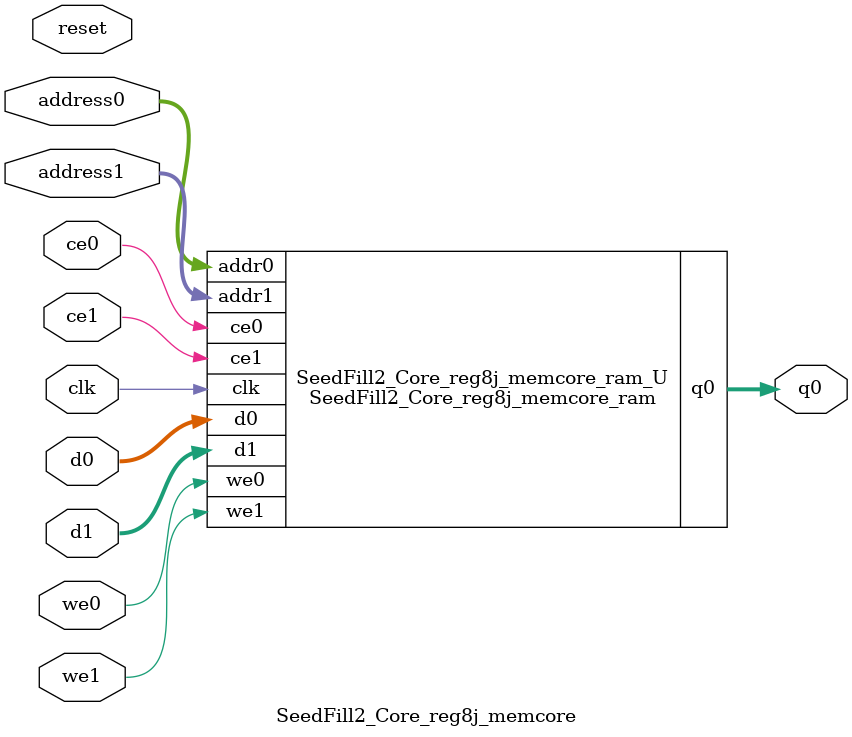
<source format=v>

`timescale 1 ns / 1 ps
module SeedFill2_Core_reg8j_memcore_ram (addr0, ce0, d0, we0, q0, addr1, ce1, d1, we1,  clk);

parameter DWIDTH = 16;
parameter AWIDTH = 10;
parameter MEM_SIZE = 1024;

input[AWIDTH-1:0] addr0;
input ce0;
input[DWIDTH-1:0] d0;
input we0;
output reg[DWIDTH-1:0] q0;
input[AWIDTH-1:0] addr1;
input ce1;
input[DWIDTH-1:0] d1;
input we1;
input clk;

(* ram_style = "block" *)reg [DWIDTH-1:0] ram[0:MEM_SIZE-1];




always @(posedge clk)  
begin 
    if (ce0) 
    begin
        if (we0) 
        begin 
            ram[addr0] <= d0; 
            q0 <= d0;
        end 
        else 
            q0 <= ram[addr0];
    end
end


always @(posedge clk)  
begin 
    if (ce1) 
    begin
        if (we1) 
        begin 
            ram[addr1] <= d1; 
        end 
    end
end


endmodule


`timescale 1 ns / 1 ps
module SeedFill2_Core_reg8j_memcore(
    reset,
    clk,
    address0,
    ce0,
    we0,
    d0,
    q0,
    address1,
    ce1,
    we1,
    d1);

parameter DataWidth = 32'd16;
parameter AddressRange = 32'd1024;
parameter AddressWidth = 32'd10;
input reset;
input clk;
input[AddressWidth - 1:0] address0;
input ce0;
input we0;
input[DataWidth - 1:0] d0;
output[DataWidth - 1:0] q0;
input[AddressWidth - 1:0] address1;
input ce1;
input we1;
input[DataWidth - 1:0] d1;



SeedFill2_Core_reg8j_memcore_ram SeedFill2_Core_reg8j_memcore_ram_U(
    .clk( clk ),
    .addr0( address0 ),
    .ce0( ce0 ),
    .we0( we0 ),
    .d0( d0 ),
    .q0( q0 ),
    .addr1( address1 ),
    .ce1( ce1 ),
    .we1( we1 ),
    .d1( d1 ));

endmodule


</source>
